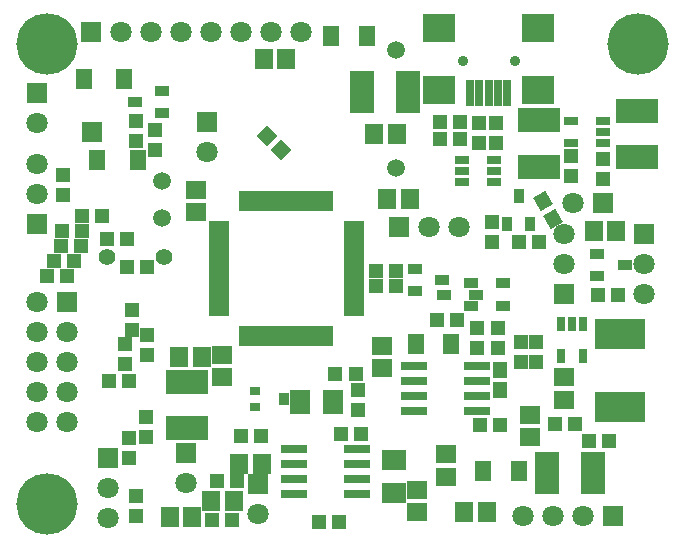
<source format=gbr>
G04 DipTrace Beta 2.9.0.1*
G04 TopMask.gbr*
%MOIN*%
G04 #@! TF.FileFunction,Soldermask,Top*
G04 #@! TF.Part,Single*
%AMOUTLINE4*
4,1,4,
-0.033252,0.01035,
0.007661,0.033973,
0.033252,-0.01035,
-0.007661,-0.033973,
-0.033252,0.01035,
0*%
%AMOUTLINE7*
4,1,4,
-0.034799,0.001392,
-0.001392,0.034799,
0.034799,-0.001392,
0.001392,-0.034799,
-0.034799,0.001392,
0*%
%AMOUTLINE10*
4,1,4,
-0.023622,0.025591,
0.023622,0.025591,
0.023622,-0.025591,
-0.023622,-0.025591,
-0.023622,0.025591,
0*%
%ADD57C,0.035433*%
%ADD58C,0.059055*%
%ADD64C,0.059055*%
%ADD66C,0.055874*%
%ADD68R,0.031496X0.051181*%
%ADD70R,0.051181X0.031496*%
%ADD81R,0.070866X0.019685*%
%ADD82R,0.019685X0.070866*%
%ADD85R,0.086614X0.031496*%
%ADD87R,0.035433X0.043307*%
%ADD89R,0.035433X0.031496*%
%ADD91R,0.033465X0.049213*%
%ADD93R,0.049213X0.033465*%
%ADD95C,0.204724*%
%ADD99R,0.055118X0.070866*%
%ADD101R,0.057087X0.070866*%
%ADD103R,0.106299X0.094488*%
%ADD105R,0.027559X0.086614*%
%ADD107C,0.070866*%
%ADD109R,0.070866X0.070866*%
%ADD113R,0.07874X0.070866*%
%ADD115R,0.047244X0.051181*%
%ADD117R,0.141732X0.082677*%
%ADD119R,0.070866X0.07874*%
%ADD121R,0.059055X0.066929*%
%ADD123R,0.066929X0.059055*%
%ADD125R,0.051181X0.047244*%
%ADD126R,0.082677X0.141732*%
%ADD128R,0.169291X0.100394*%
%ADD136OUTLINE4*%
%ADD139OUTLINE7*%
%ADD142OUTLINE10*%
%FSLAX26Y26*%
G04*
G70*
G90*
G75*
G01*
G04 TopMask*
%LPD*%
D128*
X2431449Y843908D3*
Y1089971D3*
D126*
X1571547Y1893858D3*
X1725091D3*
D125*
X856269Y1312530D3*
X789340D3*
X787490Y1406310D3*
X720560D3*
D123*
X1106291Y943761D3*
Y1018564D3*
X1637581Y1050020D3*
Y975217D3*
D121*
X1656335Y1537570D3*
X1731138D3*
X1243790Y2006370D3*
X1318593D3*
D119*
X1365465Y860198D3*
X1475701D3*
D123*
X1018766Y1493816D3*
Y1568619D3*
D121*
X1237520Y656210D3*
X1162717D3*
X1143761Y531231D3*
X1068958D3*
D113*
X1676858Y667597D3*
Y557361D3*
D123*
X1756362Y568722D3*
Y493919D3*
D117*
X987512Y775010D3*
Y928554D3*
X2162630Y1800089D3*
Y1646546D3*
D125*
X1831358Y1737579D3*
X1898287D3*
D117*
X2487669Y1831349D3*
Y1677806D3*
D123*
X2131383Y743738D3*
Y818541D3*
D121*
X2418688Y1431310D3*
X2343885D3*
D126*
X2187639Y624975D3*
X2341182D3*
D121*
X1612562Y1756349D3*
X1687365D3*
D123*
X2243895Y868751D3*
Y943554D3*
X1850110Y687480D3*
Y612677D3*
D109*
X1693850Y1443829D3*
D107*
X1793850D3*
X1893850D3*
D109*
X487472Y1456297D3*
D107*
Y1556297D3*
Y1656297D3*
D109*
X2244314Y1220247D3*
D107*
Y1320247D3*
Y1420247D3*
D109*
X2408066Y481210D3*
D107*
X2308066D3*
X2208066D3*
X2108066D3*
D109*
X724953Y674538D3*
D107*
Y574538D3*
Y474538D3*
X487472Y1193790D3*
Y1093790D3*
Y993790D3*
Y893790D3*
Y793790D3*
X587472D3*
Y893790D3*
Y993790D3*
Y1093790D3*
D109*
Y1193790D3*
X2512155Y1420247D3*
D107*
Y1320247D3*
Y1220247D3*
D109*
X487472Y1892890D3*
D107*
Y1792890D3*
D109*
X1056252Y1793829D3*
D107*
Y1693829D3*
D109*
X668929Y2093869D3*
D107*
X768929D3*
X868929D3*
X968929D3*
X1068929D3*
X1168929D3*
X1268929D3*
X1368929D3*
D109*
X985406Y691367D3*
D107*
Y591367D3*
D109*
X1225031Y587491D3*
D107*
Y487491D3*
D105*
X2056375Y1891008D3*
X2024879D3*
X1993383D3*
X1961887D3*
X1930391D3*
D103*
X2158738Y1900850D3*
X1828029D3*
X2158738Y2109512D3*
X1828029D3*
D57*
X2079997Y1999276D3*
X1906769D3*
D101*
X824992Y1668829D3*
X689165D3*
X643732Y1937609D3*
X779559D3*
D107*
X2275148Y1525070D3*
D109*
X2375148D3*
D121*
X962630Y1011507D3*
X1037433D3*
D109*
X672413Y1762609D3*
D99*
X1469466Y2081378D3*
X1587576D3*
X2093933Y631424D3*
X1975823D3*
D95*
X2490189Y2056388D3*
X521685Y2056375D3*
Y520955D3*
D93*
X1747984Y1306310D3*
Y1231507D3*
X1838535Y1268908D3*
D91*
X2056370Y1456310D3*
X2131173D3*
X2093772Y1546861D3*
D93*
X1936567Y1182333D3*
Y1257136D3*
X1846016Y1219735D3*
X2042827Y1182333D3*
Y1257136D3*
X1952276Y1219735D3*
X2356407Y1356302D3*
Y1281499D3*
X2446958Y1318900D3*
X906255Y1825101D3*
Y1899904D3*
X815703Y1862503D3*
D125*
X1087512Y599971D3*
X1154441D3*
X1618839Y1250050D3*
X1685768D3*
X1618839Y1300050D3*
X1685768D3*
D89*
X1216528Y897176D3*
D87*
X1311016Y871585D3*
D89*
X1216528Y845995D3*
D136*
X2206803Y1473115D3*
X2173339Y1531079D3*
D115*
X2005961Y1394466D3*
Y1461395D3*
D125*
X637476Y1481315D3*
X704406D3*
D115*
X806244Y1168782D3*
Y1101853D3*
D125*
X793743Y931257D3*
X726814D3*
D115*
X856249Y1018766D3*
Y1085696D3*
X793743Y674980D3*
Y741909D3*
D125*
X2031373Y784822D3*
X1964444D3*
X1820583Y1135089D3*
X1887512D3*
X1550071Y956270D3*
X1483142D3*
D99*
X1868856Y1054091D3*
X1750745D3*
D125*
X637476Y1431310D3*
X570547D3*
X568732Y1381310D3*
X635661D3*
D139*
X1300899Y1701436D3*
X1253573Y1748761D3*
D125*
X1493811Y461940D3*
X1426882D3*
X1137512Y468711D3*
X1070583D3*
X1568818Y756231D3*
X1501888D3*
X1168772Y749971D3*
X1235701D3*
D115*
X781241Y987513D3*
Y1054442D3*
D125*
X543732Y1331310D3*
X610661D3*
X587472Y1281310D3*
X520543D3*
D115*
X2268890Y1681349D3*
Y1614420D3*
X2018871Y1725089D3*
Y1792018D3*
X1962621Y1725089D3*
Y1792018D3*
X2100130Y993764D3*
Y1060693D3*
X2150135Y993764D3*
Y1060693D3*
X2375150Y1606310D3*
Y1673239D3*
D125*
X1831370Y1793829D3*
X1898299D3*
X2393911Y731236D3*
X2326982D3*
X2281399Y787492D3*
X2214470D3*
D142*
X2031373Y968126D3*
Y901197D3*
D121*
X1912610Y493711D3*
X1987413D3*
X1005937Y477688D3*
X931134D3*
D115*
X849999Y743738D3*
Y810667D3*
X818745Y549967D3*
Y483038D3*
X574970Y1550072D3*
Y1617001D3*
D125*
X2162630Y1393790D3*
X2095701D3*
D115*
X818741Y1731349D3*
Y1798278D3*
X881252Y1768829D3*
Y1701900D3*
D125*
X2425164Y1218787D3*
X2358235D3*
D115*
X2023811Y1109892D3*
Y1042963D3*
X1955701Y1109105D3*
Y1042176D3*
X1558142Y836270D3*
Y903199D3*
D85*
X1343732Y706231D3*
Y656231D3*
Y606231D3*
Y556231D3*
X1556331D3*
Y606231D3*
Y656231D3*
Y706231D3*
D81*
X1094520Y1454066D3*
Y1434381D3*
Y1414696D3*
Y1395010D3*
Y1375325D3*
Y1355640D3*
Y1335955D3*
Y1316270D3*
Y1296585D3*
Y1276900D3*
Y1257215D3*
Y1237530D3*
Y1217845D3*
Y1198160D3*
Y1178475D3*
Y1158790D3*
D82*
X1171291Y1082018D3*
X1190976D3*
X1210661D3*
X1230346D3*
X1250031D3*
X1269717D3*
X1289402D3*
X1309087D3*
X1328772D3*
X1348457D3*
X1368142D3*
X1387827D3*
X1407512D3*
X1427197D3*
X1446882D3*
X1466567D3*
D81*
X1543339Y1158790D3*
Y1178475D3*
Y1198160D3*
Y1217845D3*
Y1237530D3*
Y1257215D3*
Y1276900D3*
Y1296585D3*
Y1316270D3*
Y1335955D3*
Y1355640D3*
Y1375325D3*
Y1395010D3*
Y1414696D3*
Y1434381D3*
Y1454066D3*
D82*
X1466567Y1530837D3*
X1446882D3*
X1427197D3*
X1407512D3*
X1387827D3*
X1368142D3*
X1348457D3*
X1328772D3*
X1309087D3*
X1289402D3*
X1269717D3*
X1250031D3*
X1230346D3*
X1210661D3*
X1190976D3*
X1171291D3*
D58*
X1685543Y2034971D3*
Y1641270D3*
D70*
X2375150Y1725089D3*
Y1762491D3*
Y1799892D3*
X2268850D3*
Y1725089D3*
D68*
X2309402Y1121822D3*
X2272000D3*
X2234598D3*
Y1015522D3*
X2309402D3*
D70*
X1906370Y1668829D3*
Y1631428D3*
Y1594026D3*
X2012669D3*
Y1631428D3*
Y1668829D3*
D85*
X1743850Y981192D3*
Y931192D3*
Y881192D3*
Y831192D3*
X1956449D3*
Y881192D3*
Y931192D3*
Y981192D3*
D66*
X912512Y1343790D3*
X722512D3*
D64*
X906252Y1475050D3*
Y1597097D3*
M02*

</source>
